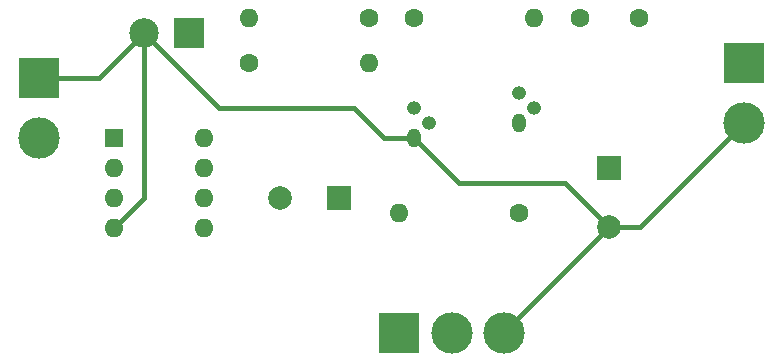
<source format=gbl>
G04 #@! TF.GenerationSoftware,KiCad,Pcbnew,5.0.2-bee76a0~70~ubuntu18.04.1*
G04 #@! TF.CreationDate,2019-03-20T17:07:28-04:00*
G04 #@! TF.ProjectId,Fuzz,46757a7a-2e6b-4696-9361-645f70636258,rev?*
G04 #@! TF.SameCoordinates,Original*
G04 #@! TF.FileFunction,Copper,L2,Bot*
G04 #@! TF.FilePolarity,Positive*
%FSLAX46Y46*%
G04 Gerber Fmt 4.6, Leading zero omitted, Abs format (unit mm)*
G04 Created by KiCad (PCBNEW 5.0.2-bee76a0~70~ubuntu18.04.1) date Wed 20 Mar 2019 05:07:28 PM EDT*
%MOMM*%
%LPD*%
G01*
G04 APERTURE LIST*
G04 #@! TA.AperFunction,ComponentPad*
%ADD10R,2.499360X2.499360*%
G04 #@! TD*
G04 #@! TA.AperFunction,ComponentPad*
%ADD11C,2.499360*%
G04 #@! TD*
G04 #@! TA.AperFunction,ComponentPad*
%ADD12R,1.600000X1.600000*%
G04 #@! TD*
G04 #@! TA.AperFunction,ComponentPad*
%ADD13O,1.600000X1.600000*%
G04 #@! TD*
G04 #@! TA.AperFunction,ComponentPad*
%ADD14R,2.000000X2.000000*%
G04 #@! TD*
G04 #@! TA.AperFunction,ComponentPad*
%ADD15C,2.000000*%
G04 #@! TD*
G04 #@! TA.AperFunction,ComponentPad*
%ADD16C,1.600000*%
G04 #@! TD*
G04 #@! TA.AperFunction,ComponentPad*
%ADD17R,3.500120X3.500120*%
G04 #@! TD*
G04 #@! TA.AperFunction,ComponentPad*
%ADD18C,3.500120*%
G04 #@! TD*
G04 #@! TA.AperFunction,ComponentPad*
%ADD19O,1.200000X1.600000*%
G04 #@! TD*
G04 #@! TA.AperFunction,ComponentPad*
%ADD20O,1.200000X1.200000*%
G04 #@! TD*
G04 #@! TA.AperFunction,Conductor*
%ADD21C,0.400000*%
G04 #@! TD*
G04 #@! TA.AperFunction,Conductor*
%ADD22C,0.250000*%
G04 #@! TD*
G04 APERTURE END LIST*
D10*
G04 #@! TO.P,J1,1*
G04 #@! TO.N,Net-(J1-Pad1)*
X30480000Y-19050000D03*
D11*
G04 #@! TO.P,J1,2*
G04 #@! TO.N,GND*
X26670000Y-19050000D03*
G04 #@! TD*
D12*
G04 #@! TO.P,U3,1*
G04 #@! TO.N,Net-(U3-Pad1)*
X24130000Y-27940000D03*
D13*
G04 #@! TO.P,U3,5*
G04 #@! TO.N,Net-(U3-Pad5)*
X31750000Y-35560000D03*
G04 #@! TO.P,U3,2*
G04 #@! TO.N,Net-(C1-Pad2)*
X24130000Y-30480000D03*
G04 #@! TO.P,U3,6*
X31750000Y-33020000D03*
G04 #@! TO.P,U3,3*
G04 #@! TO.N,Net-(FUZZ_IN1-Pad2)*
X24130000Y-33020000D03*
G04 #@! TO.P,U3,7*
G04 #@! TO.N,Net-(J1-Pad1)*
X31750000Y-30480000D03*
G04 #@! TO.P,U3,4*
G04 #@! TO.N,GND*
X24130000Y-35560000D03*
G04 #@! TO.P,U3,8*
G04 #@! TO.N,Net-(U3-Pad8)*
X31750000Y-27940000D03*
G04 #@! TD*
D14*
G04 #@! TO.P,C1,1*
G04 #@! TO.N,Net-(C1-Pad1)*
X43180000Y-33020000D03*
D15*
G04 #@! TO.P,C1,2*
G04 #@! TO.N,Net-(C1-Pad2)*
X38180000Y-33020000D03*
G04 #@! TD*
D16*
G04 #@! TO.P,C2,1*
G04 #@! TO.N,Net-(C2-Pad1)*
X68580000Y-17780000D03*
G04 #@! TO.P,C2,2*
G04 #@! TO.N,Net-(C2-Pad2)*
X63580000Y-17780000D03*
G04 #@! TD*
D15*
G04 #@! TO.P,C3,2*
G04 #@! TO.N,GND*
X66040000Y-35480000D03*
D14*
G04 #@! TO.P,C3,1*
G04 #@! TO.N,Net-(C3-Pad1)*
X66040000Y-30480000D03*
G04 #@! TD*
D17*
G04 #@! TO.P,FUZZ_GAIN1,1*
G04 #@! TO.N,Net-(FUZZ_GAIN1-Pad1)*
X48260000Y-44450000D03*
D18*
G04 #@! TO.P,FUZZ_GAIN1,2*
G04 #@! TO.N,Net-(C3-Pad1)*
X52705000Y-44450000D03*
G04 #@! TO.P,FUZZ_GAIN1,3*
G04 #@! TO.N,GND*
X57150000Y-44450000D03*
G04 #@! TD*
D17*
G04 #@! TO.P,FUZZ_IN1,1*
G04 #@! TO.N,GND*
X17780000Y-22860000D03*
D18*
G04 #@! TO.P,FUZZ_IN1,2*
G04 #@! TO.N,Net-(FUZZ_IN1-Pad2)*
X17780000Y-27940000D03*
G04 #@! TD*
G04 #@! TO.P,FUZZ_OUT1,2*
G04 #@! TO.N,GND*
X77470000Y-26670000D03*
D17*
G04 #@! TO.P,FUZZ_OUT1,1*
G04 #@! TO.N,Net-(C2-Pad1)*
X77470000Y-21590000D03*
G04 #@! TD*
D19*
G04 #@! TO.P,Q1,1*
G04 #@! TO.N,GND*
X49530000Y-27940000D03*
D20*
G04 #@! TO.P,Q1,2*
G04 #@! TO.N,Net-(C1-Pad1)*
X50800000Y-26670000D03*
G04 #@! TO.P,Q1,3*
G04 #@! TO.N,Net-(Q1-Pad3)*
X49530000Y-25400000D03*
G04 #@! TD*
G04 #@! TO.P,Q2,3*
G04 #@! TO.N,Net-(Q2-Pad3)*
X58420000Y-24130000D03*
G04 #@! TO.P,Q2,2*
G04 #@! TO.N,Net-(Q1-Pad3)*
X59690000Y-25400000D03*
D19*
G04 #@! TO.P,Q2,1*
G04 #@! TO.N,Net-(FUZZ_GAIN1-Pad1)*
X58420000Y-26670000D03*
G04 #@! TD*
D16*
G04 #@! TO.P,R4,1*
G04 #@! TO.N,Net-(J1-Pad1)*
X35560000Y-21590000D03*
D13*
G04 #@! TO.P,R4,2*
G04 #@! TO.N,Net-(Q1-Pad3)*
X45720000Y-21590000D03*
G04 #@! TD*
G04 #@! TO.P,R5,2*
G04 #@! TO.N,Net-(J1-Pad1)*
X35560000Y-17780000D03*
D16*
G04 #@! TO.P,R5,1*
G04 #@! TO.N,Net-(C2-Pad2)*
X45720000Y-17780000D03*
G04 #@! TD*
D13*
G04 #@! TO.P,R6,2*
G04 #@! TO.N,Net-(C1-Pad1)*
X48260000Y-34290000D03*
D16*
G04 #@! TO.P,R6,1*
G04 #@! TO.N,Net-(FUZZ_GAIN1-Pad1)*
X58420000Y-34290000D03*
G04 #@! TD*
G04 #@! TO.P,R7,1*
G04 #@! TO.N,Net-(C2-Pad2)*
X49530000Y-17780000D03*
D13*
G04 #@! TO.P,R7,2*
G04 #@! TO.N,Net-(Q2-Pad3)*
X59690000Y-17780000D03*
G04 #@! TD*
D21*
G04 #@! TO.N,GND*
X26670000Y-33020000D02*
X24130000Y-35560000D01*
X26670000Y-19050000D02*
X26670000Y-33020000D01*
X26670000Y-19050000D02*
X33020000Y-25400000D01*
X33020000Y-25400000D02*
X44450000Y-25400000D01*
X46990000Y-27940000D02*
X49530000Y-27940000D01*
X44450000Y-25400000D02*
X46990000Y-27940000D01*
X62310000Y-31750000D02*
X66040000Y-35480000D01*
X49530000Y-27940000D02*
X53340000Y-31750000D01*
X53340000Y-31750000D02*
X62310000Y-31750000D01*
D22*
X57150000Y-44370000D02*
X57150000Y-44450000D01*
D21*
X66040000Y-35480000D02*
X57150000Y-44370000D01*
X68660000Y-35480000D02*
X77470000Y-26670000D01*
X66040000Y-35480000D02*
X68660000Y-35480000D01*
X22860000Y-22860000D02*
X26670000Y-19050000D01*
X17780000Y-22860000D02*
X22860000Y-22860000D01*
G04 #@! TD*
M02*

</source>
